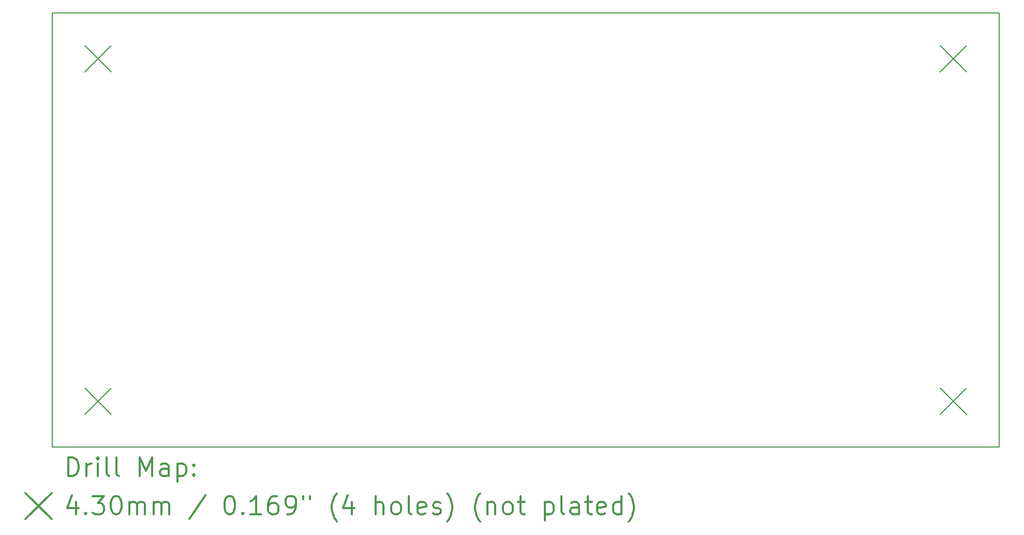
<source format=gbr>
%FSLAX45Y45*%
G04 Gerber Fmt 4.5, Leading zero omitted, Abs format (unit mm)*
G04 Created by KiCad (PCBNEW 4.0.2-stable) date 22/12/2017 23:20:40*
%MOMM*%
G01*
G04 APERTURE LIST*
%ADD10C,0.127000*%
%ADD11C,0.150000*%
%ADD12C,0.200000*%
%ADD13C,0.300000*%
G04 APERTURE END LIST*
D10*
D11*
X22650000Y-4650000D02*
X22650000Y-11750000D01*
X7150000Y-4650000D02*
X22650000Y-4650000D01*
X7150000Y-4650000D02*
X7150000Y-11750000D01*
X7150000Y-11750000D02*
X22650000Y-11750000D01*
D12*
X7685000Y-5185000D02*
X8115000Y-5615000D01*
X8115000Y-5185000D02*
X7685000Y-5615000D01*
X7685000Y-10785000D02*
X8115000Y-11215000D01*
X8115000Y-10785000D02*
X7685000Y-11215000D01*
X21685000Y-5185000D02*
X22115000Y-5615000D01*
X22115000Y-5185000D02*
X21685000Y-5615000D01*
X21685000Y-10785000D02*
X22115000Y-11215000D01*
X22115000Y-10785000D02*
X21685000Y-11215000D01*
D13*
X7413928Y-12223214D02*
X7413928Y-11923214D01*
X7485357Y-11923214D01*
X7528214Y-11937500D01*
X7556786Y-11966071D01*
X7571071Y-11994643D01*
X7585357Y-12051786D01*
X7585357Y-12094643D01*
X7571071Y-12151786D01*
X7556786Y-12180357D01*
X7528214Y-12208929D01*
X7485357Y-12223214D01*
X7413928Y-12223214D01*
X7713928Y-12223214D02*
X7713928Y-12023214D01*
X7713928Y-12080357D02*
X7728214Y-12051786D01*
X7742500Y-12037500D01*
X7771071Y-12023214D01*
X7799643Y-12023214D01*
X7899643Y-12223214D02*
X7899643Y-12023214D01*
X7899643Y-11923214D02*
X7885357Y-11937500D01*
X7899643Y-11951786D01*
X7913928Y-11937500D01*
X7899643Y-11923214D01*
X7899643Y-11951786D01*
X8085357Y-12223214D02*
X8056786Y-12208929D01*
X8042500Y-12180357D01*
X8042500Y-11923214D01*
X8242500Y-12223214D02*
X8213928Y-12208929D01*
X8199643Y-12180357D01*
X8199643Y-11923214D01*
X8585357Y-12223214D02*
X8585357Y-11923214D01*
X8685357Y-12137500D01*
X8785357Y-11923214D01*
X8785357Y-12223214D01*
X9056786Y-12223214D02*
X9056786Y-12066071D01*
X9042500Y-12037500D01*
X9013929Y-12023214D01*
X8956786Y-12023214D01*
X8928214Y-12037500D01*
X9056786Y-12208929D02*
X9028214Y-12223214D01*
X8956786Y-12223214D01*
X8928214Y-12208929D01*
X8913929Y-12180357D01*
X8913929Y-12151786D01*
X8928214Y-12123214D01*
X8956786Y-12108929D01*
X9028214Y-12108929D01*
X9056786Y-12094643D01*
X9199643Y-12023214D02*
X9199643Y-12323214D01*
X9199643Y-12037500D02*
X9228214Y-12023214D01*
X9285357Y-12023214D01*
X9313929Y-12037500D01*
X9328214Y-12051786D01*
X9342500Y-12080357D01*
X9342500Y-12166071D01*
X9328214Y-12194643D01*
X9313929Y-12208929D01*
X9285357Y-12223214D01*
X9228214Y-12223214D01*
X9199643Y-12208929D01*
X9471071Y-12194643D02*
X9485357Y-12208929D01*
X9471071Y-12223214D01*
X9456786Y-12208929D01*
X9471071Y-12194643D01*
X9471071Y-12223214D01*
X9471071Y-12037500D02*
X9485357Y-12051786D01*
X9471071Y-12066071D01*
X9456786Y-12051786D01*
X9471071Y-12037500D01*
X9471071Y-12066071D01*
X6712500Y-12502500D02*
X7142500Y-12932500D01*
X7142500Y-12502500D02*
X6712500Y-12932500D01*
X7542500Y-12653214D02*
X7542500Y-12853214D01*
X7471071Y-12538929D02*
X7399643Y-12753214D01*
X7585357Y-12753214D01*
X7699643Y-12824643D02*
X7713928Y-12838929D01*
X7699643Y-12853214D01*
X7685357Y-12838929D01*
X7699643Y-12824643D01*
X7699643Y-12853214D01*
X7813928Y-12553214D02*
X7999643Y-12553214D01*
X7899643Y-12667500D01*
X7942500Y-12667500D01*
X7971071Y-12681786D01*
X7985357Y-12696071D01*
X7999643Y-12724643D01*
X7999643Y-12796071D01*
X7985357Y-12824643D01*
X7971071Y-12838929D01*
X7942500Y-12853214D01*
X7856786Y-12853214D01*
X7828214Y-12838929D01*
X7813928Y-12824643D01*
X8185357Y-12553214D02*
X8213928Y-12553214D01*
X8242500Y-12567500D01*
X8256786Y-12581786D01*
X8271071Y-12610357D01*
X8285357Y-12667500D01*
X8285357Y-12738929D01*
X8271071Y-12796071D01*
X8256786Y-12824643D01*
X8242500Y-12838929D01*
X8213928Y-12853214D01*
X8185357Y-12853214D01*
X8156786Y-12838929D01*
X8142500Y-12824643D01*
X8128214Y-12796071D01*
X8113928Y-12738929D01*
X8113928Y-12667500D01*
X8128214Y-12610357D01*
X8142500Y-12581786D01*
X8156786Y-12567500D01*
X8185357Y-12553214D01*
X8413929Y-12853214D02*
X8413929Y-12653214D01*
X8413929Y-12681786D02*
X8428214Y-12667500D01*
X8456786Y-12653214D01*
X8499643Y-12653214D01*
X8528214Y-12667500D01*
X8542500Y-12696071D01*
X8542500Y-12853214D01*
X8542500Y-12696071D02*
X8556786Y-12667500D01*
X8585357Y-12653214D01*
X8628214Y-12653214D01*
X8656786Y-12667500D01*
X8671071Y-12696071D01*
X8671071Y-12853214D01*
X8813929Y-12853214D02*
X8813929Y-12653214D01*
X8813929Y-12681786D02*
X8828214Y-12667500D01*
X8856786Y-12653214D01*
X8899643Y-12653214D01*
X8928214Y-12667500D01*
X8942500Y-12696071D01*
X8942500Y-12853214D01*
X8942500Y-12696071D02*
X8956786Y-12667500D01*
X8985357Y-12653214D01*
X9028214Y-12653214D01*
X9056786Y-12667500D01*
X9071071Y-12696071D01*
X9071071Y-12853214D01*
X9656786Y-12538929D02*
X9399643Y-12924643D01*
X10042500Y-12553214D02*
X10071071Y-12553214D01*
X10099643Y-12567500D01*
X10113928Y-12581786D01*
X10128214Y-12610357D01*
X10142500Y-12667500D01*
X10142500Y-12738929D01*
X10128214Y-12796071D01*
X10113928Y-12824643D01*
X10099643Y-12838929D01*
X10071071Y-12853214D01*
X10042500Y-12853214D01*
X10013928Y-12838929D01*
X9999643Y-12824643D01*
X9985357Y-12796071D01*
X9971071Y-12738929D01*
X9971071Y-12667500D01*
X9985357Y-12610357D01*
X9999643Y-12581786D01*
X10013928Y-12567500D01*
X10042500Y-12553214D01*
X10271071Y-12824643D02*
X10285357Y-12838929D01*
X10271071Y-12853214D01*
X10256786Y-12838929D01*
X10271071Y-12824643D01*
X10271071Y-12853214D01*
X10571071Y-12853214D02*
X10399643Y-12853214D01*
X10485357Y-12853214D02*
X10485357Y-12553214D01*
X10456786Y-12596071D01*
X10428214Y-12624643D01*
X10399643Y-12638929D01*
X10828214Y-12553214D02*
X10771071Y-12553214D01*
X10742500Y-12567500D01*
X10728214Y-12581786D01*
X10699643Y-12624643D01*
X10685357Y-12681786D01*
X10685357Y-12796071D01*
X10699643Y-12824643D01*
X10713928Y-12838929D01*
X10742500Y-12853214D01*
X10799643Y-12853214D01*
X10828214Y-12838929D01*
X10842500Y-12824643D01*
X10856786Y-12796071D01*
X10856786Y-12724643D01*
X10842500Y-12696071D01*
X10828214Y-12681786D01*
X10799643Y-12667500D01*
X10742500Y-12667500D01*
X10713928Y-12681786D01*
X10699643Y-12696071D01*
X10685357Y-12724643D01*
X10999643Y-12853214D02*
X11056786Y-12853214D01*
X11085357Y-12838929D01*
X11099643Y-12824643D01*
X11128214Y-12781786D01*
X11142500Y-12724643D01*
X11142500Y-12610357D01*
X11128214Y-12581786D01*
X11113928Y-12567500D01*
X11085357Y-12553214D01*
X11028214Y-12553214D01*
X10999643Y-12567500D01*
X10985357Y-12581786D01*
X10971071Y-12610357D01*
X10971071Y-12681786D01*
X10985357Y-12710357D01*
X10999643Y-12724643D01*
X11028214Y-12738929D01*
X11085357Y-12738929D01*
X11113928Y-12724643D01*
X11128214Y-12710357D01*
X11142500Y-12681786D01*
X11256786Y-12553214D02*
X11256786Y-12610357D01*
X11371071Y-12553214D02*
X11371071Y-12610357D01*
X11813928Y-12967500D02*
X11799643Y-12953214D01*
X11771071Y-12910357D01*
X11756785Y-12881786D01*
X11742500Y-12838929D01*
X11728214Y-12767500D01*
X11728214Y-12710357D01*
X11742500Y-12638929D01*
X11756785Y-12596071D01*
X11771071Y-12567500D01*
X11799643Y-12524643D01*
X11813928Y-12510357D01*
X12056785Y-12653214D02*
X12056785Y-12853214D01*
X11985357Y-12538929D02*
X11913928Y-12753214D01*
X12099643Y-12753214D01*
X12442500Y-12853214D02*
X12442500Y-12553214D01*
X12571071Y-12853214D02*
X12571071Y-12696071D01*
X12556785Y-12667500D01*
X12528214Y-12653214D01*
X12485357Y-12653214D01*
X12456785Y-12667500D01*
X12442500Y-12681786D01*
X12756785Y-12853214D02*
X12728214Y-12838929D01*
X12713928Y-12824643D01*
X12699643Y-12796071D01*
X12699643Y-12710357D01*
X12713928Y-12681786D01*
X12728214Y-12667500D01*
X12756785Y-12653214D01*
X12799643Y-12653214D01*
X12828214Y-12667500D01*
X12842500Y-12681786D01*
X12856785Y-12710357D01*
X12856785Y-12796071D01*
X12842500Y-12824643D01*
X12828214Y-12838929D01*
X12799643Y-12853214D01*
X12756785Y-12853214D01*
X13028214Y-12853214D02*
X12999643Y-12838929D01*
X12985357Y-12810357D01*
X12985357Y-12553214D01*
X13256786Y-12838929D02*
X13228214Y-12853214D01*
X13171071Y-12853214D01*
X13142500Y-12838929D01*
X13128214Y-12810357D01*
X13128214Y-12696071D01*
X13142500Y-12667500D01*
X13171071Y-12653214D01*
X13228214Y-12653214D01*
X13256786Y-12667500D01*
X13271071Y-12696071D01*
X13271071Y-12724643D01*
X13128214Y-12753214D01*
X13385357Y-12838929D02*
X13413928Y-12853214D01*
X13471071Y-12853214D01*
X13499643Y-12838929D01*
X13513928Y-12810357D01*
X13513928Y-12796071D01*
X13499643Y-12767500D01*
X13471071Y-12753214D01*
X13428214Y-12753214D01*
X13399643Y-12738929D01*
X13385357Y-12710357D01*
X13385357Y-12696071D01*
X13399643Y-12667500D01*
X13428214Y-12653214D01*
X13471071Y-12653214D01*
X13499643Y-12667500D01*
X13613928Y-12967500D02*
X13628214Y-12953214D01*
X13656786Y-12910357D01*
X13671071Y-12881786D01*
X13685357Y-12838929D01*
X13699643Y-12767500D01*
X13699643Y-12710357D01*
X13685357Y-12638929D01*
X13671071Y-12596071D01*
X13656786Y-12567500D01*
X13628214Y-12524643D01*
X13613928Y-12510357D01*
X14156786Y-12967500D02*
X14142500Y-12953214D01*
X14113928Y-12910357D01*
X14099643Y-12881786D01*
X14085357Y-12838929D01*
X14071071Y-12767500D01*
X14071071Y-12710357D01*
X14085357Y-12638929D01*
X14099643Y-12596071D01*
X14113928Y-12567500D01*
X14142500Y-12524643D01*
X14156786Y-12510357D01*
X14271071Y-12653214D02*
X14271071Y-12853214D01*
X14271071Y-12681786D02*
X14285357Y-12667500D01*
X14313928Y-12653214D01*
X14356786Y-12653214D01*
X14385357Y-12667500D01*
X14399643Y-12696071D01*
X14399643Y-12853214D01*
X14585357Y-12853214D02*
X14556786Y-12838929D01*
X14542500Y-12824643D01*
X14528214Y-12796071D01*
X14528214Y-12710357D01*
X14542500Y-12681786D01*
X14556786Y-12667500D01*
X14585357Y-12653214D01*
X14628214Y-12653214D01*
X14656786Y-12667500D01*
X14671071Y-12681786D01*
X14685357Y-12710357D01*
X14685357Y-12796071D01*
X14671071Y-12824643D01*
X14656786Y-12838929D01*
X14628214Y-12853214D01*
X14585357Y-12853214D01*
X14771071Y-12653214D02*
X14885357Y-12653214D01*
X14813928Y-12553214D02*
X14813928Y-12810357D01*
X14828214Y-12838929D01*
X14856786Y-12853214D01*
X14885357Y-12853214D01*
X15213928Y-12653214D02*
X15213928Y-12953214D01*
X15213928Y-12667500D02*
X15242500Y-12653214D01*
X15299643Y-12653214D01*
X15328214Y-12667500D01*
X15342500Y-12681786D01*
X15356786Y-12710357D01*
X15356786Y-12796071D01*
X15342500Y-12824643D01*
X15328214Y-12838929D01*
X15299643Y-12853214D01*
X15242500Y-12853214D01*
X15213928Y-12838929D01*
X15528214Y-12853214D02*
X15499643Y-12838929D01*
X15485357Y-12810357D01*
X15485357Y-12553214D01*
X15771071Y-12853214D02*
X15771071Y-12696071D01*
X15756786Y-12667500D01*
X15728214Y-12653214D01*
X15671071Y-12653214D01*
X15642500Y-12667500D01*
X15771071Y-12838929D02*
X15742500Y-12853214D01*
X15671071Y-12853214D01*
X15642500Y-12838929D01*
X15628214Y-12810357D01*
X15628214Y-12781786D01*
X15642500Y-12753214D01*
X15671071Y-12738929D01*
X15742500Y-12738929D01*
X15771071Y-12724643D01*
X15871071Y-12653214D02*
X15985357Y-12653214D01*
X15913929Y-12553214D02*
X15913929Y-12810357D01*
X15928214Y-12838929D01*
X15956786Y-12853214D01*
X15985357Y-12853214D01*
X16199643Y-12838929D02*
X16171071Y-12853214D01*
X16113929Y-12853214D01*
X16085357Y-12838929D01*
X16071071Y-12810357D01*
X16071071Y-12696071D01*
X16085357Y-12667500D01*
X16113929Y-12653214D01*
X16171071Y-12653214D01*
X16199643Y-12667500D01*
X16213929Y-12696071D01*
X16213929Y-12724643D01*
X16071071Y-12753214D01*
X16471071Y-12853214D02*
X16471071Y-12553214D01*
X16471071Y-12838929D02*
X16442500Y-12853214D01*
X16385357Y-12853214D01*
X16356786Y-12838929D01*
X16342500Y-12824643D01*
X16328214Y-12796071D01*
X16328214Y-12710357D01*
X16342500Y-12681786D01*
X16356786Y-12667500D01*
X16385357Y-12653214D01*
X16442500Y-12653214D01*
X16471071Y-12667500D01*
X16585357Y-12967500D02*
X16599643Y-12953214D01*
X16628214Y-12910357D01*
X16642500Y-12881786D01*
X16656786Y-12838929D01*
X16671071Y-12767500D01*
X16671071Y-12710357D01*
X16656786Y-12638929D01*
X16642500Y-12596071D01*
X16628214Y-12567500D01*
X16599643Y-12524643D01*
X16585357Y-12510357D01*
M02*

</source>
